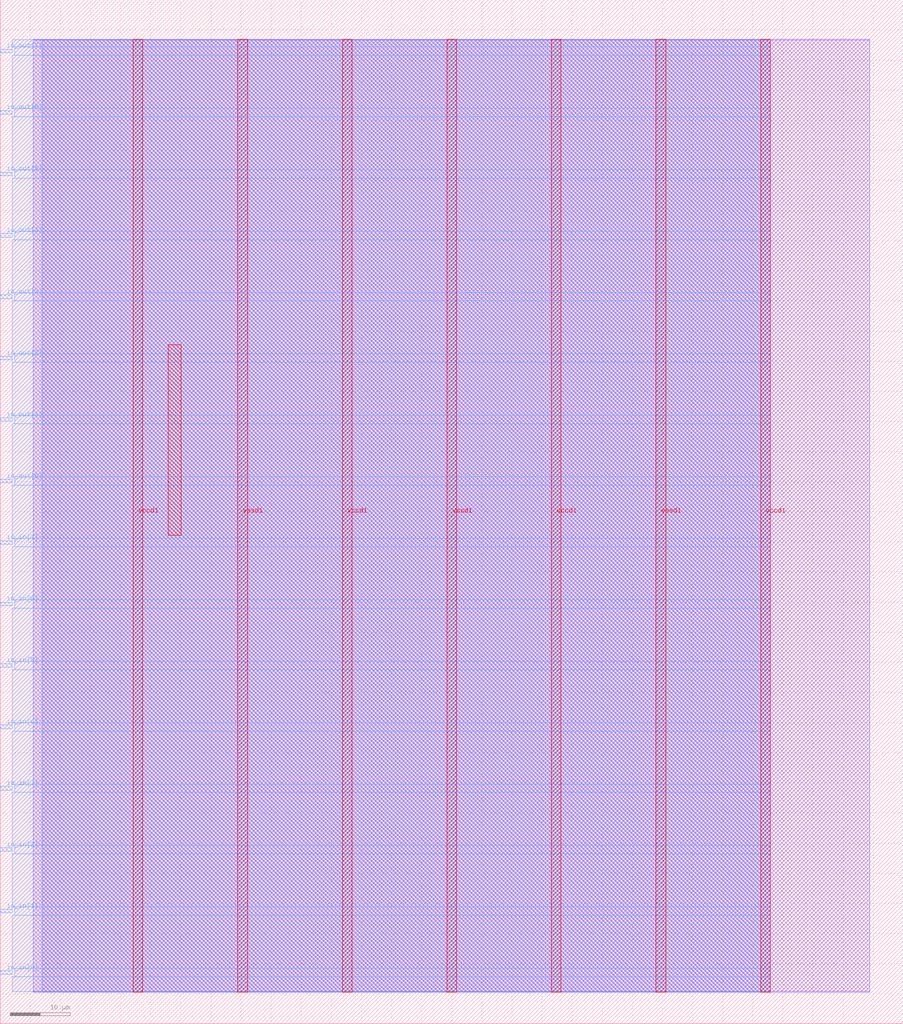
<source format=lef>
VERSION 5.7 ;
  NOWIREEXTENSIONATPIN ON ;
  DIVIDERCHAR "/" ;
  BUSBITCHARS "[]" ;
MACRO luthor2k_top_tto
  CLASS BLOCK ;
  FOREIGN luthor2k_top_tto ;
  ORIGIN 0.000 0.000 ;
  SIZE 150.000 BY 170.000 ;
  PIN io_in[0]
    DIRECTION INPUT ;
    USE SIGNAL ;
    PORT
      LAYER met3 ;
        RECT 0.000 8.200 2.000 8.800 ;
    END
  END io_in[0]
  PIN io_in[1]
    DIRECTION INPUT ;
    USE SIGNAL ;
    PORT
      LAYER met3 ;
        RECT 0.000 18.400 2.000 19.000 ;
    END
  END io_in[1]
  PIN io_in[2]
    DIRECTION INPUT ;
    USE SIGNAL ;
    PORT
      LAYER met3 ;
        RECT 0.000 28.600 2.000 29.200 ;
    END
  END io_in[2]
  PIN io_in[3]
    DIRECTION INPUT ;
    USE SIGNAL ;
    PORT
      LAYER met3 ;
        RECT 0.000 38.800 2.000 39.400 ;
    END
  END io_in[3]
  PIN io_in[4]
    DIRECTION INPUT ;
    USE SIGNAL ;
    PORT
      LAYER met3 ;
        RECT 0.000 49.000 2.000 49.600 ;
    END
  END io_in[4]
  PIN io_in[5]
    DIRECTION INPUT ;
    USE SIGNAL ;
    PORT
      LAYER met3 ;
        RECT 0.000 59.200 2.000 59.800 ;
    END
  END io_in[5]
  PIN io_in[6]
    DIRECTION INPUT ;
    USE SIGNAL ;
    PORT
      LAYER met3 ;
        RECT 0.000 69.400 2.000 70.000 ;
    END
  END io_in[6]
  PIN io_in[7]
    DIRECTION INPUT ;
    USE SIGNAL ;
    PORT
      LAYER met3 ;
        RECT 0.000 79.600 2.000 80.200 ;
    END
  END io_in[7]
  PIN io_out[0]
    DIRECTION OUTPUT TRISTATE ;
    USE SIGNAL ;
    PORT
      LAYER met3 ;
        RECT 0.000 89.800 2.000 90.400 ;
    END
  END io_out[0]
  PIN io_out[1]
    DIRECTION OUTPUT TRISTATE ;
    USE SIGNAL ;
    PORT
      LAYER met3 ;
        RECT 0.000 100.000 2.000 100.600 ;
    END
  END io_out[1]
  PIN io_out[2]
    DIRECTION OUTPUT TRISTATE ;
    USE SIGNAL ;
    PORT
      LAYER met3 ;
        RECT 0.000 110.200 2.000 110.800 ;
    END
  END io_out[2]
  PIN io_out[3]
    DIRECTION OUTPUT TRISTATE ;
    USE SIGNAL ;
    PORT
      LAYER met3 ;
        RECT 0.000 120.400 2.000 121.000 ;
    END
  END io_out[3]
  PIN io_out[4]
    DIRECTION OUTPUT TRISTATE ;
    USE SIGNAL ;
    PORT
      LAYER met3 ;
        RECT 0.000 130.600 2.000 131.200 ;
    END
  END io_out[4]
  PIN io_out[5]
    DIRECTION OUTPUT TRISTATE ;
    USE SIGNAL ;
    PORT
      LAYER met3 ;
        RECT 0.000 140.800 2.000 141.400 ;
    END
  END io_out[5]
  PIN io_out[6]
    DIRECTION OUTPUT TRISTATE ;
    USE SIGNAL ;
    PORT
      LAYER met3 ;
        RECT 0.000 151.000 2.000 151.600 ;
    END
  END io_out[6]
  PIN io_out[7]
    DIRECTION OUTPUT TRISTATE ;
    USE SIGNAL ;
    PORT
      LAYER met3 ;
        RECT 0.000 161.200 2.000 161.800 ;
    END
  END io_out[7]
  PIN vccd1
    DIRECTION INOUT ;
    USE POWER ;
    PORT
      LAYER met4 ;
        RECT 22.090 5.200 23.690 163.440 ;
    END
    PORT
      LAYER met4 ;
        RECT 56.830 5.200 58.430 163.440 ;
    END
    PORT
      LAYER met4 ;
        RECT 91.570 5.200 93.170 163.440 ;
    END
    PORT
      LAYER met4 ;
        RECT 126.310 5.200 127.910 163.440 ;
    END
  END vccd1
  PIN vssd1
    DIRECTION INOUT ;
    USE GROUND ;
    PORT
      LAYER met4 ;
        RECT 39.460 5.200 41.060 163.440 ;
    END
    PORT
      LAYER met4 ;
        RECT 74.200 5.200 75.800 163.440 ;
    END
    PORT
      LAYER met4 ;
        RECT 108.940 5.200 110.540 163.440 ;
    END
  END vssd1
  OBS
      LAYER li1 ;
        RECT 5.520 5.355 144.440 163.285 ;
      LAYER met1 ;
        RECT 5.520 5.200 144.440 163.440 ;
      LAYER met2 ;
        RECT 6.990 5.255 127.880 163.385 ;
      LAYER met3 ;
        RECT 2.000 162.200 127.900 163.365 ;
        RECT 2.400 160.800 127.900 162.200 ;
        RECT 2.000 152.000 127.900 160.800 ;
        RECT 2.400 150.600 127.900 152.000 ;
        RECT 2.000 141.800 127.900 150.600 ;
        RECT 2.400 140.400 127.900 141.800 ;
        RECT 2.000 131.600 127.900 140.400 ;
        RECT 2.400 130.200 127.900 131.600 ;
        RECT 2.000 121.400 127.900 130.200 ;
        RECT 2.400 120.000 127.900 121.400 ;
        RECT 2.000 111.200 127.900 120.000 ;
        RECT 2.400 109.800 127.900 111.200 ;
        RECT 2.000 101.000 127.900 109.800 ;
        RECT 2.400 99.600 127.900 101.000 ;
        RECT 2.000 90.800 127.900 99.600 ;
        RECT 2.400 89.400 127.900 90.800 ;
        RECT 2.000 80.600 127.900 89.400 ;
        RECT 2.400 79.200 127.900 80.600 ;
        RECT 2.000 70.400 127.900 79.200 ;
        RECT 2.400 69.000 127.900 70.400 ;
        RECT 2.000 60.200 127.900 69.000 ;
        RECT 2.400 58.800 127.900 60.200 ;
        RECT 2.000 50.000 127.900 58.800 ;
        RECT 2.400 48.600 127.900 50.000 ;
        RECT 2.000 39.800 127.900 48.600 ;
        RECT 2.400 38.400 127.900 39.800 ;
        RECT 2.000 29.600 127.900 38.400 ;
        RECT 2.400 28.200 127.900 29.600 ;
        RECT 2.000 19.400 127.900 28.200 ;
        RECT 2.400 18.000 127.900 19.400 ;
        RECT 2.000 9.200 127.900 18.000 ;
        RECT 2.400 7.800 127.900 9.200 ;
        RECT 2.000 5.275 127.900 7.800 ;
      LAYER met4 ;
        RECT 27.895 81.095 30.065 112.705 ;
  END
END luthor2k_top_tto
END LIBRARY


</source>
